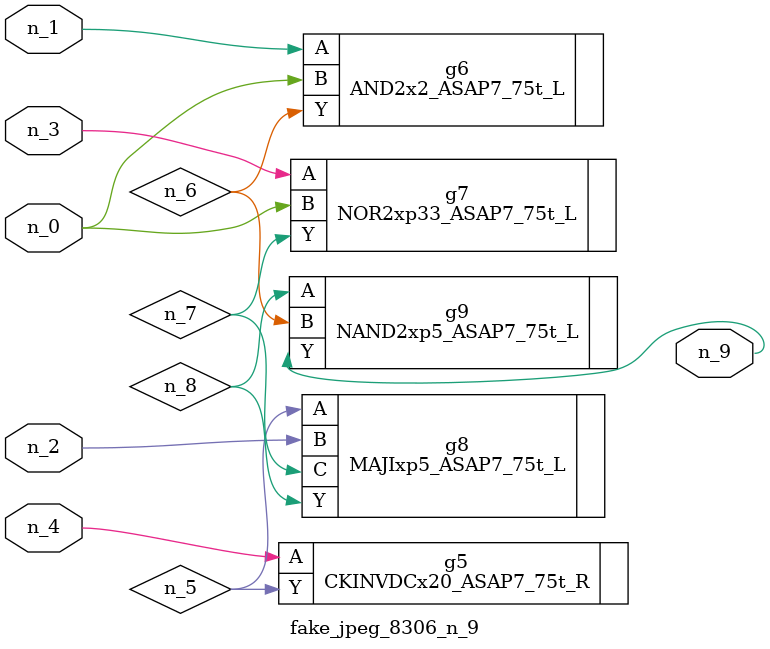
<source format=v>
module fake_jpeg_8306_n_9 (n_3, n_2, n_1, n_0, n_4, n_9);

input n_3;
input n_2;
input n_1;
input n_0;
input n_4;

output n_9;

wire n_8;
wire n_6;
wire n_5;
wire n_7;

CKINVDCx20_ASAP7_75t_R g5 ( 
.A(n_4),
.Y(n_5)
);

AND2x2_ASAP7_75t_L g6 ( 
.A(n_1),
.B(n_0),
.Y(n_6)
);

NOR2xp33_ASAP7_75t_L g7 ( 
.A(n_3),
.B(n_0),
.Y(n_7)
);

MAJIxp5_ASAP7_75t_L g8 ( 
.A(n_5),
.B(n_2),
.C(n_7),
.Y(n_8)
);

NAND2xp5_ASAP7_75t_L g9 ( 
.A(n_8),
.B(n_6),
.Y(n_9)
);


endmodule
</source>
